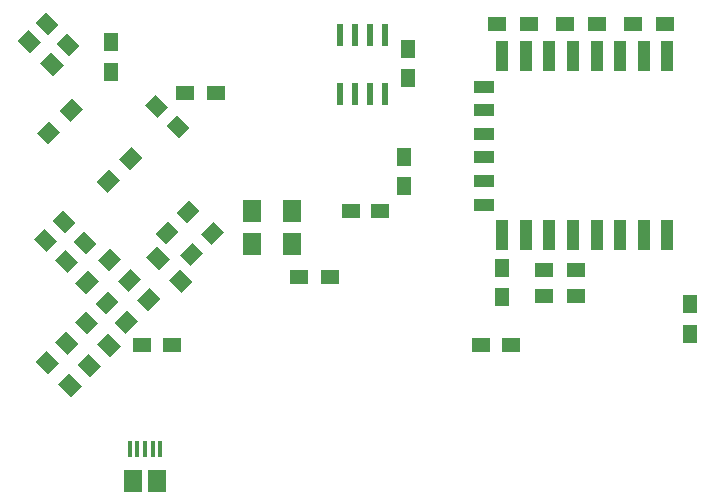
<source format=gbr>
G04 #@! TF.GenerationSoftware,KiCad,Pcbnew,5.1.5*
G04 #@! TF.CreationDate,2020-01-11T06:26:57-05:00*
G04 #@! TF.ProjectId,rustypill,72757374-7970-4696-9c6c-2e6b69636164,rev?*
G04 #@! TF.SameCoordinates,Original*
G04 #@! TF.FileFunction,Paste,Bot*
G04 #@! TF.FilePolarity,Positive*
%FSLAX46Y46*%
G04 Gerber Fmt 4.6, Leading zero omitted, Abs format (unit mm)*
G04 Created by KiCad (PCBNEW 5.1.5) date 2020-01-11 06:26:57*
%MOMM*%
%LPD*%
G04 APERTURE LIST*
%ADD10C,0.100000*%
%ADD11R,0.558800X1.981200*%
%ADD12R,1.500000X1.950000*%
%ADD13R,1.250000X1.500000*%
%ADD14R,1.500000X1.250000*%
%ADD15R,1.500000X1.900000*%
%ADD16R,0.400000X1.350000*%
%ADD17R,1.500000X1.300000*%
%ADD18R,1.000000X2.500000*%
%ADD19R,1.800000X1.000000*%
G04 APERTURE END LIST*
D10*
G36*
X82050857Y-123419695D02*
G01*
X82970095Y-122500457D01*
X84030755Y-123561117D01*
X83111517Y-124480355D01*
X82050857Y-123419695D01*
G37*
G36*
X83960045Y-125328883D02*
G01*
X84879283Y-124409645D01*
X85939943Y-125470305D01*
X85020705Y-126389543D01*
X83960045Y-125328883D01*
G37*
G36*
X82354905Y-125975457D02*
G01*
X83274143Y-126894695D01*
X82213483Y-127955355D01*
X81294245Y-127036117D01*
X82354905Y-125975457D01*
G37*
G36*
X80445717Y-127884645D02*
G01*
X81364955Y-128803883D01*
X80304295Y-129864543D01*
X79385057Y-128945305D01*
X80445717Y-127884645D01*
G37*
D11*
X102300000Y-109549800D03*
X101030000Y-109549800D03*
X99760000Y-109549800D03*
X98490000Y-109549800D03*
X98490000Y-104622200D03*
X99760000Y-104622200D03*
X101030000Y-104622200D03*
X102300000Y-104622200D03*
D12*
X94400000Y-119525000D03*
X94400000Y-122275000D03*
X91000000Y-119525000D03*
X91000000Y-122275000D03*
D10*
G36*
X85690055Y-112456271D02*
G01*
X84806171Y-113340155D01*
X83745511Y-112279495D01*
X84629395Y-111395611D01*
X85690055Y-112456271D01*
G37*
G36*
X83922289Y-110688505D02*
G01*
X83038405Y-111572389D01*
X81977745Y-110511729D01*
X82861629Y-109627845D01*
X83922289Y-110688505D01*
G37*
G36*
X75051143Y-107126305D02*
G01*
X74131905Y-108045543D01*
X73071245Y-106984883D01*
X73990483Y-106065645D01*
X75051143Y-107126305D01*
G37*
G36*
X73141955Y-105217117D02*
G01*
X72222717Y-106136355D01*
X71162057Y-105075695D01*
X72081295Y-104156457D01*
X73141955Y-105217117D01*
G37*
D13*
X128090000Y-129870000D03*
X128090000Y-127370000D03*
D10*
G36*
X76426255Y-105488271D02*
G01*
X75542371Y-106372155D01*
X74481711Y-105311495D01*
X75365595Y-104427611D01*
X76426255Y-105488271D01*
G37*
G36*
X74658489Y-103720505D02*
G01*
X73774605Y-104604389D01*
X72713945Y-103543729D01*
X73597829Y-102659845D01*
X74658489Y-103720505D01*
G37*
D13*
X103850000Y-117400000D03*
X103850000Y-114900000D03*
D14*
X99350000Y-119500000D03*
X101850000Y-119500000D03*
D13*
X79100000Y-107700000D03*
X79100000Y-105200000D03*
D10*
G36*
X83727729Y-122306155D02*
G01*
X82843845Y-121422271D01*
X83904505Y-120361611D01*
X84788389Y-121245495D01*
X83727729Y-122306155D01*
G37*
G36*
X85495495Y-120538389D02*
G01*
X84611611Y-119654505D01*
X85672271Y-118593845D01*
X86556155Y-119477729D01*
X85495495Y-120538389D01*
G37*
G36*
X87579395Y-122354389D02*
G01*
X86695511Y-121470505D01*
X87756171Y-120409845D01*
X88640055Y-121293729D01*
X87579395Y-122354389D01*
G37*
G36*
X85811629Y-124122155D02*
G01*
X84927745Y-123238271D01*
X85988405Y-122177611D01*
X86872289Y-123061495D01*
X85811629Y-124122155D01*
G37*
G36*
X74127745Y-120311729D02*
G01*
X75011629Y-119427845D01*
X76072289Y-120488505D01*
X75188405Y-121372389D01*
X74127745Y-120311729D01*
G37*
G36*
X75895511Y-122079495D02*
G01*
X76779395Y-121195611D01*
X77840055Y-122256271D01*
X76956171Y-123140155D01*
X75895511Y-122079495D01*
G37*
G36*
X74311611Y-123645495D02*
G01*
X75195495Y-122761611D01*
X76256155Y-123822271D01*
X75372271Y-124706155D01*
X74311611Y-123645495D01*
G37*
G36*
X72543845Y-121877729D02*
G01*
X73427729Y-120993845D01*
X74488389Y-122054505D01*
X73604505Y-122938389D01*
X72543845Y-121877729D01*
G37*
D14*
X110400000Y-130825000D03*
X112900000Y-130825000D03*
D13*
X104250000Y-108250000D03*
X104250000Y-105750000D03*
X112200000Y-124300000D03*
X112200000Y-126800000D03*
D14*
X84216100Y-130866000D03*
X81716100Y-130866000D03*
D15*
X80950000Y-142326000D03*
D16*
X82600000Y-139626000D03*
X83250000Y-139626000D03*
X80650000Y-139626000D03*
X81300000Y-139626000D03*
X81950000Y-139626000D03*
D15*
X82950000Y-142326000D03*
D17*
X85300000Y-109500000D03*
X88000000Y-109500000D03*
D10*
G36*
X75629283Y-111940355D02*
G01*
X74710045Y-111021117D01*
X75770705Y-109960457D01*
X76689943Y-110879695D01*
X75629283Y-111940355D01*
G37*
G36*
X73720095Y-113849543D02*
G01*
X72800857Y-112930305D01*
X73861517Y-111869645D01*
X74780755Y-112788883D01*
X73720095Y-113849543D01*
G37*
G36*
X78916117Y-115964645D02*
G01*
X79835355Y-116883883D01*
X78774695Y-117944543D01*
X77855457Y-117025305D01*
X78916117Y-115964645D01*
G37*
G36*
X80825305Y-114055457D02*
G01*
X81744543Y-114974695D01*
X80683883Y-116035355D01*
X79764645Y-115116117D01*
X80825305Y-114055457D01*
G37*
D17*
X118400000Y-126650000D03*
X115700000Y-126650000D03*
X115700000Y-124450000D03*
X118400000Y-124450000D03*
X114450000Y-103650000D03*
X111750000Y-103650000D03*
D10*
G36*
X77985355Y-129016117D02*
G01*
X77066117Y-129935355D01*
X76005457Y-128874695D01*
X76924695Y-127955457D01*
X77985355Y-129016117D01*
G37*
G36*
X79894543Y-130925305D02*
G01*
X78975305Y-131844543D01*
X77914645Y-130783883D01*
X78833883Y-129864645D01*
X79894543Y-130925305D01*
G37*
D17*
X120250000Y-103650000D03*
X117550000Y-103650000D03*
D10*
G36*
X78224543Y-132645305D02*
G01*
X77305305Y-133564543D01*
X76244645Y-132503883D01*
X77163883Y-131584645D01*
X78224543Y-132645305D01*
G37*
G36*
X76315355Y-130736117D02*
G01*
X75396117Y-131655355D01*
X74335457Y-130594695D01*
X75254695Y-129675457D01*
X76315355Y-130736117D01*
G37*
G36*
X78883883Y-124585355D02*
G01*
X77964645Y-123666117D01*
X79025305Y-122605457D01*
X79944543Y-123524695D01*
X78883883Y-124585355D01*
G37*
G36*
X76974695Y-126494543D02*
G01*
X76055457Y-125575305D01*
X77116117Y-124514645D01*
X78035355Y-125433883D01*
X76974695Y-126494543D01*
G37*
G36*
X78674695Y-128244543D02*
G01*
X77755457Y-127325305D01*
X78816117Y-126264645D01*
X79735355Y-127183883D01*
X78674695Y-128244543D01*
G37*
G36*
X80583883Y-126335355D02*
G01*
X79664645Y-125416117D01*
X80725305Y-124355457D01*
X81644543Y-125274695D01*
X80583883Y-126335355D01*
G37*
D17*
X94950000Y-125050000D03*
X97650000Y-125050000D03*
X123250000Y-103650000D03*
X125950000Y-103650000D03*
D10*
G36*
X72685457Y-132244695D02*
G01*
X73604695Y-131325457D01*
X74665355Y-132386117D01*
X73746117Y-133305355D01*
X72685457Y-132244695D01*
G37*
G36*
X74594645Y-134153883D02*
G01*
X75513883Y-133234645D01*
X76574543Y-134295305D01*
X75655305Y-135214543D01*
X74594645Y-134153883D01*
G37*
D18*
X126180000Y-121556000D03*
X124180000Y-121556000D03*
X122180000Y-121556000D03*
X120180000Y-121556000D03*
X118180000Y-121556000D03*
X116180000Y-121556000D03*
X114180000Y-121556000D03*
X112180000Y-121556000D03*
D19*
X110680000Y-118956000D03*
X110680000Y-116956000D03*
X110680000Y-114956000D03*
X110680000Y-112956000D03*
X110680000Y-110956000D03*
X110680000Y-108956000D03*
D18*
X112180000Y-106356000D03*
X114180000Y-106356000D03*
X116180000Y-106356000D03*
X118180000Y-106356000D03*
X120180000Y-106356000D03*
X122180000Y-106356000D03*
X124180000Y-106356000D03*
X126180000Y-106356000D03*
M02*

</source>
